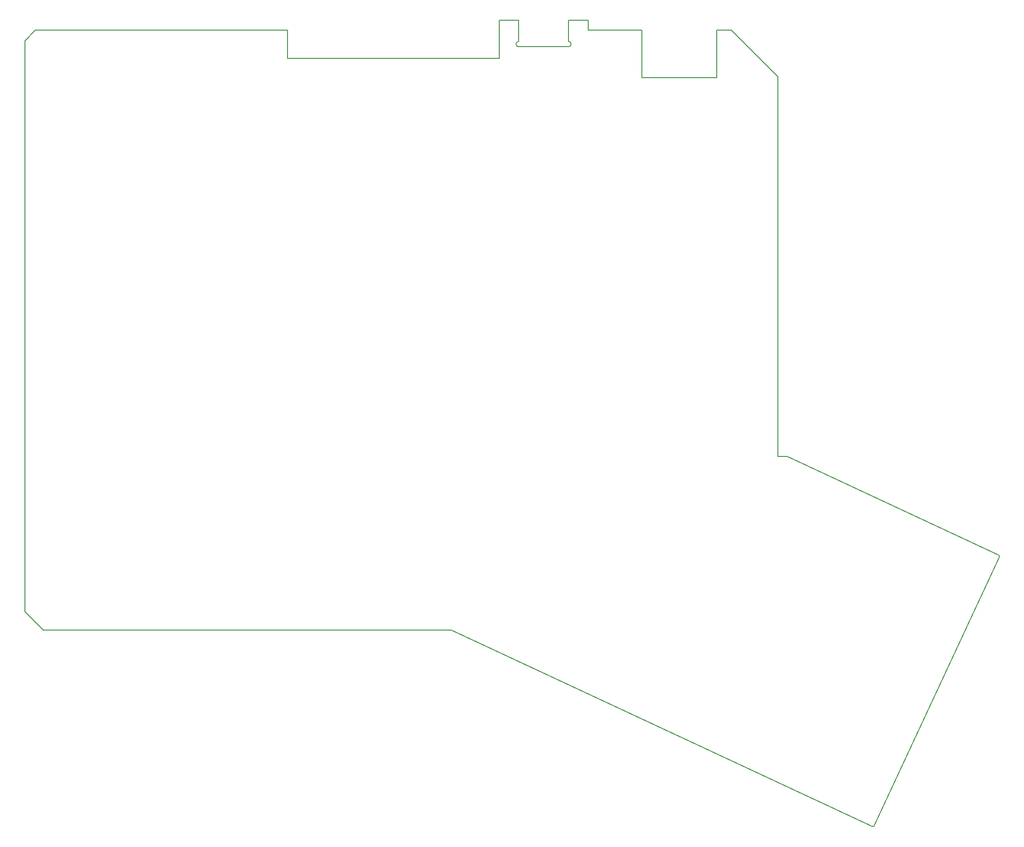
<source format=gm1>
G04 #@! TF.FileFunction,Profile,NP*
%FSLAX46Y46*%
G04 Gerber Fmt 4.6, Leading zero omitted, Abs format (unit mm)*
G04 Created by KiCad (PCBNEW (2016-03-18 BZR 6629, Git 60d93d0)-product) date 7/17/2016 1:38:49 PM*
%MOMM*%
G01*
G04 APERTURE LIST*
%ADD10C,0.150000*%
%ADD11C,0.127000*%
G04 APERTURE END LIST*
D10*
D11*
X118999000Y-27559000D02*
X128651000Y-27559000D01*
X118999000Y-25781000D02*
X118999000Y-27559000D01*
X115468400Y-25781000D02*
X118999000Y-25781000D01*
X102997000Y-25781000D02*
X106527600Y-25781000D01*
X102997000Y-25781000D02*
X102997000Y-32639000D01*
X115468400Y-30530800D02*
G75*
G03X115963700Y-30035500I0J495300D01*
G01*
X115963700Y-30035500D02*
G75*
G03X115468400Y-29540200I-495300J0D01*
G01*
X106032300Y-30035500D02*
G75*
G03X106527600Y-30530800I495300J0D01*
G01*
X106527600Y-29540200D02*
G75*
G03X106032300Y-30035500I0J-495300D01*
G01*
X106527600Y-30530800D02*
X115468400Y-30530800D01*
X106527600Y-29540200D02*
X106527600Y-25781000D01*
X115468400Y-25781000D02*
X115468400Y-29540200D01*
X153162000Y-35941000D02*
X144780000Y-27559000D01*
X153162000Y-104267000D02*
X154813000Y-104267000D01*
X153162000Y-35941000D02*
X153162000Y-104267000D01*
X17653000Y-29464000D02*
X19558000Y-27559000D01*
X17653000Y-132207000D02*
X20955000Y-135509000D01*
X17653000Y-29464000D02*
X17653000Y-132207000D01*
X193040000Y-122301000D02*
X192913000Y-122047000D01*
X170053000Y-170815000D02*
X170434000Y-170815000D01*
X193040000Y-122301000D02*
X170434000Y-170815000D01*
X90170000Y-135509000D02*
X94361000Y-135509000D01*
X170053000Y-170815000D02*
X94361000Y-135509000D01*
X192913000Y-122047000D02*
X154813000Y-104267000D01*
X90170000Y-135509000D02*
X20955000Y-135509000D01*
X64897000Y-27559000D02*
X19558000Y-27559000D01*
X64897000Y-32639000D02*
X64897000Y-27559000D01*
X102997000Y-32639000D02*
X64897000Y-32639000D01*
X128651000Y-36068000D02*
X128651000Y-27559000D01*
X142113000Y-36068000D02*
X128651000Y-36068000D01*
X142113000Y-27559000D02*
X142113000Y-36068000D01*
X144780000Y-27559000D02*
X142113000Y-27559000D01*
M02*

</source>
